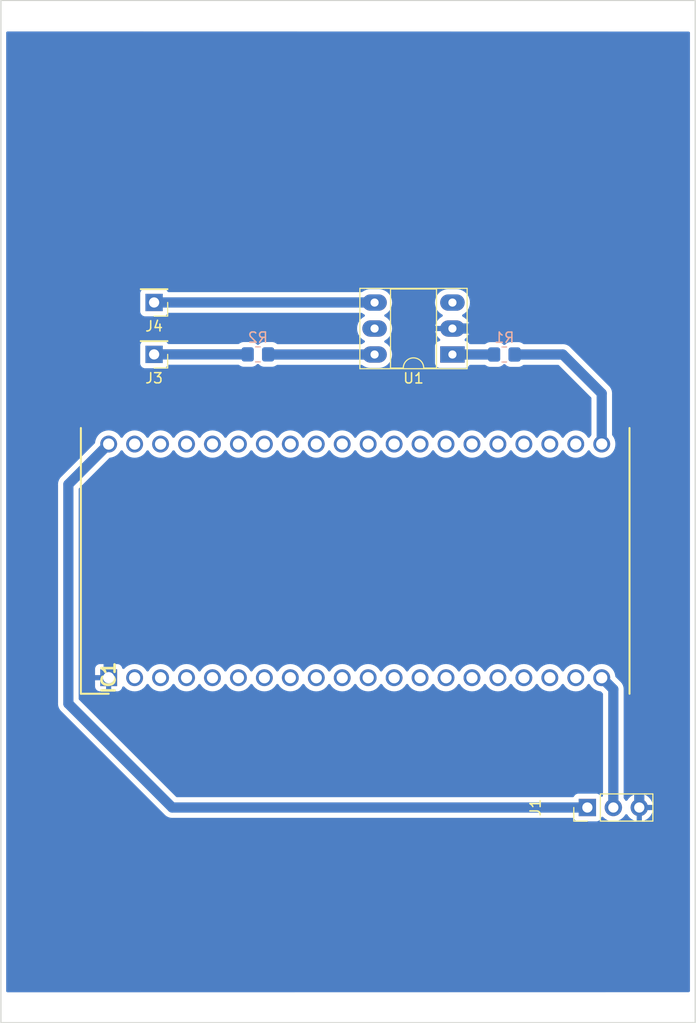
<source format=kicad_pcb>
(kicad_pcb (version 20211014) (generator pcbnew)
  (layers (0 "F.Cu" signal) (31 "B.Cu" signal) (34 "B.Paste" user) (35 "F.Paste" user) (36 "B.SilkS" user "B.Silkscreen") (37 "F.SilkS" user "F.Silkscreen") (38 "B.Mask" user) (39 "F.Mask" user) (44 "Edge.Cuts" user))
  (net 0 "")
  (net 1 "/PWM")
  (net 2 "Net-(R1-Pad2)")
  (net 3 "Net-(R2-Pad1)")
  (net 4 "Net-(R2-Pad2)")
  (net 5 "GND")
  (net 8 "Net-(J1-Pad2)")
  (net 9 "VCC")
  (net 46 "Net-(J4-Pad1)")
  (footprint "Package_DIP:DIP-6_W7.62mm_Socket_LongPads" (layer "F.Cu") (at 177.538 92.456 180)
    (fp_text reference "U1" (at 3.81 -2.33) (layer "F.SilkS"))
    (fp_text value "MOC3041M")
    (fp_line (start 9.06 6.47) (end 9.06 -1.39) (layer "F.SilkS") (width 0.12))
    (fp_line (start 9.06 -1.39) (end -1.44 -1.39) (layer "F.SilkS") (width 0.12))
    (fp_line (start 6.06 6.41) (end 6.06 -1.33) (layer "F.SilkS") (width 0.12))
    (fp_line (start 1.56 6.41) (end 6.06 6.41) (layer "F.SilkS") (width 0.12))
    (fp_line (start 1.56 -1.33) (end 1.56 6.41) (layer "F.SilkS") (width 0.12))
    (fp_line (start -1.44 6.47) (end 9.06 6.47) (layer "F.SilkS") (width 0.12))
    (fp_line (start 6.06 -1.33) (end 4.81 -1.33) (layer "F.SilkS") (width 0.12))
    (fp_line (start 2.81 -1.33) (end 1.56 -1.33) (layer "F.SilkS") (width 0.12))
    (fp_line (start -1.44 -1.39) (end -1.44 6.47) (layer "F.SilkS") (width 0.12))
    (fp_arc (start 4.81 -1.33) (mid 3.81 -0.33) (end 2.81 -1.33) (layer "F.SilkS") (width 0.12))
    (pad "1" thru_hole rect (at 0 0 180) (size 2.4 1.6) (drill 0.8) (layers *.Cu *.Mask) (net 2 "Net-(R1-Pad2)"))
    (pad "2" thru_hole oval (at 0 2.54 180) (size 2.4 1.6) (drill 0.8) (layers *.Cu *.Mask) (net 5 "GND"))
    (pad "3" thru_hole oval (at 0 5.08 180) (size 2.4 1.6) (drill 0.8) (layers *.Cu *.Mask))
    (pad "4" thru_hole oval (at 7.62 5.08 180) (size 2.4 1.6) (drill 0.8) (layers *.Cu *.Mask) (net 46 "Net-(J4-Pad1)"))
    (pad "5" thru_hole oval (at 7.62 2.54 180) (size 2.4 1.6) (drill 0.8) (layers *.Cu *.Mask))
    (pad "6" thru_hole oval (at 7.62 0 180) (size 2.4 1.6) (drill 0.8) (layers *.Cu *.Mask) (net 3 "Net-(R2-Pad1)"))
  )
  (footprint "Mbed_LPC1768:DIPS2286W63P254L5370H300Q40N" (layer "F.Cu") (at 143.891 124.079 90)
    (fp_text reference "IC1" (at 0 0 90) (layer "F.SilkS") (effects (font (size 1.27 1.27) (thickness 0.254))))
    (fp_text value "MBED-LPC1768" hide)
    (fp_line (start -1.57 50.98) (end 24.43 50.98) (layer "F.SilkS") (width 0.2))
    (fp_line (start -1.57 -2.72) (end -1.57 0) (layer "F.SilkS") (width 0.2))
    (fp_line (start 24.43 -2.72) (end -1.57 -2.72) (layer "F.SilkS") (width 0.2))
    (pad "1" thru_hole rect locked (at 0 0 90) (size 1.65 1.65) (drill 1.1) (layers *.Cu *.Mask) (net 5 "GND"))
    (pad "2" thru_hole circle locked (at 0 2.54 90) (size 1.65 1.65) (drill 1.1) (layers *.Cu *.Mask))
    (pad "3" thru_hole circle locked (at 0 5.08 90) (size 1.65 1.65) (drill 1.1) (layers *.Cu *.Mask))
    (pad "4" thru_hole circle locked (at 0 7.62 90) (size 1.65 1.65) (drill 1.1) (layers *.Cu *.Mask))
    (pad "5" thru_hole circle locked (at 0 10.16 90) (size 1.65 1.65) (drill 1.1) (layers *.Cu *.Mask))
    (pad "6" thru_hole circle locked (at 0 12.7 90) (size 1.65 1.65) (drill 1.1) (layers *.Cu *.Mask))
    (pad "7" thru_hole circle locked (at 0 15.24 90) (size 1.65 1.65) (drill 1.1) (layers *.Cu *.Mask))
    (pad "8" thru_hole circle locked (at 0 17.78 90) (size 1.65 1.65) (drill 1.1) (layers *.Cu *.Mask))
    (pad "9" thru_hole circle locked (at 0 20.32 90) (size 1.65 1.65) (drill 1.1) (layers *.Cu *.Mask))
    (pad "10" thru_hole circle locked (at 0 22.86 90) (size 1.65 1.65) (drill 1.1) (layers *.Cu *.Mask))
    (pad "11" thru_hole circle locked (at 0 25.4 90) (size 1.65 1.65) (drill 1.1) (layers *.Cu *.Mask))
    (pad "12" thru_hole circle locked (at 0 27.94 90) (size 1.65 1.65) (drill 1.1) (layers *.Cu *.Mask))
    (pad "13" thru_hole circle locked (at 0 30.48 90) (size 1.65 1.65) (drill 1.1) (layers *.Cu *.Mask))
    (pad "14" thru_hole circle locked (at 0 33.02 90) (size 1.65 1.65) (drill 1.1) (layers *.Cu *.Mask))
    (pad "15" thru_hole circle locked (at 0 35.56 90) (size 1.65 1.65) (drill 1.1) (layers *.Cu *.Mask))
    (pad "16" thru_hole circle locked (at 0 38.1 90) (size 1.65 1.65) (drill 1.1) (layers *.Cu *.Mask))
    (pad "17" thru_hole circle locked (at 0 40.64 90) (size 1.65 1.65) (drill 1.1) (layers *.Cu *.Mask))
    (pad "18" thru_hole circle locked (at 0 43.18 90) (size 1.65 1.65) (drill 1.1) (layers *.Cu *.Mask))
    (pad "19" thru_hole circle locked (at 0 45.72 90) (size 1.65 1.65) (drill 1.1) (layers *.Cu *.Mask))
    (pad "20" thru_hole circle locked (at 0 48.26 90) (size 1.65 1.65) (drill 1.1) (layers *.Cu *.Mask) (net 8 "Net-(J1-Pad2)"))
    (pad "21" thru_hole circle locked (at 22.86 48.26 90) (size 1.65 1.65) (drill 1.1) (layers *.Cu *.Mask) (net 1 "/PWM"))
    (pad "22" thru_hole circle locked (at 22.86 45.72 90) (size 1.65 1.65) (drill 1.1) (layers *.Cu *.Mask))
    (pad "23" thru_hole circle locked (at 22.86 43.18 90) (size 1.65 1.65) (drill 1.1) (layers *.Cu *.Mask))
    (pad "24" thru_hole circle locked (at 22.86 40.64 90) (size 1.65 1.65) (drill 1.1) (layers *.Cu *.Mask))
    (pad "25" thru_hole circle locked (at 22.86 38.1 90) (size 1.65 1.65) (drill 1.1) (layers *.Cu *.Mask))
    (pad "26" thru_hole circle locked (at 22.86 35.56 90) (size 1.65 1.65) (drill 1.1) (layers *.Cu *.Mask))
    (pad "27" thru_hole circle locked (at 22.86 33.02 90) (size 1.65 1.65) (drill 1.1) (layers *.Cu *.Mask))
    (pad "28" thru_hole circle locked (at 22.86 30.48 90) (size 1.65 1.65) (drill 1.1) (layers *.Cu *.Mask))
    (pad "29" thru_hole circle locked (at 22.86 27.94 90) (size 1.65 1.65) (drill 1.1) (layers *.Cu *.Mask))
    (pad "30" thru_hole circle locked (at 22.86 25.4 90) (size 1.65 1.65) (drill 1.1) (layers *.Cu *.Mask))
    (pad "31" thru_hole circle locked (at 22.86 22.86 90) (size 1.65 1.65) (drill 1.1) (layers *.Cu *.Mask))
    (pad "32" thru_hole circle locked (at 22.86 20.32 90) (size 1.65 1.65) (drill 1.1) (layers *.Cu *.Mask))
    (pad "33" thru_hole circle locked (at 22.86 17.78 90) (size 1.65 1.65) (drill 1.1) (layers *.Cu *.Mask))
    (pad "34" thru_hole circle locked (at 22.86 15.24 90) (size 1.65 1.65) (drill 1.1) (layers *.Cu *.Mask))
    (pad "35" thru_hole circle locked (at 22.86 12.7 90) (size 1.65 1.65) (drill 1.1) (layers *.Cu *.Mask))
    (pad "36" thru_hole circle locked (at 22.86 10.16 90) (size 1.65 1.65) (drill 1.1) (layers *.Cu *.Mask))
    (pad "37" thru_hole circle locked (at 22.86 7.62 90) (size 1.65 1.65) (drill 1.1) (layers *.Cu *.Mask))
    (pad "38" thru_hole circle locked (at 22.86 5.08 90) (size 1.65 1.65) (drill 1.1) (layers *.Cu *.Mask))
    (pad "39" thru_hole circle locked (at 22.86 2.54 90) (size 1.65 1.65) (drill 1.1) (layers *.Cu *.Mask))
    (pad "40" thru_hole circle locked (at 22.86 0 90) (size 1.65 1.65) (drill 1.1) (layers *.Cu *.Mask) (net 9 "VCC"))
  )
  (footprint "Connector_PinHeader_2.54mm:PinHeader_1x03_P2.54mm_Vertical" (layer "F.Cu") (at 190.746 136.779 90)
    (fp_text reference "J1" (at 0 -5.08 90) (layer "F.SilkS"))
    (fp_text value "Pot")
    (fp_line (start -1.33 0) (end -1.33 -1.33) (layer "F.SilkS") (width 0.12))
    (fp_line (start -1.33 6.41) (end 1.33 6.41) (layer "F.SilkS") (width 0.12))
    (fp_line (start -1.33 1.27) (end 1.33 1.27) (layer "F.SilkS") (width 0.12))
    (fp_line (start 1.33 1.27) (end 1.33 6.41) (layer "F.SilkS") (width 0.12))
    (fp_line (start -1.33 -1.33) (end 0 -1.33) (layer "F.SilkS") (width 0.12))
    (fp_line (start -1.33 1.27) (end -1.33 6.41) (layer "F.SilkS") (width 0.12))
    (pad "1" thru_hole rect (at 0 0 90) (size 1.7 1.7) (drill 1) (layers *.Cu *.Mask) (net 9 "VCC"))
    (pad "2" thru_hole oval (at 0 2.54 90) (size 1.7 1.7) (drill 1) (layers *.Cu *.Mask) (net 8 "Net-(J1-Pad2)"))
    (pad "3" thru_hole oval (at 0 5.08 90) (size 1.7 1.7) (drill 1) (layers *.Cu *.Mask) (net 5 "GND"))
  )
  (footprint "Connector_PinHeader_2.54mm:PinHeader_1x01_P2.54mm_Vertical" (layer "F.Cu") (at 148.338 87.366 180)
    (fp_text reference "J4" (at 0 -2.33) (layer "F.SilkS"))
    (fp_text value "Conn_01x01_Female")
    (fp_line (start -1.33 1.33) (end 1.33 1.33) (layer "F.SilkS") (width 0.12))
    (fp_line (start -1.33 1.27) (end 1.33 1.27) (layer "F.SilkS") (width 0.12))
    (fp_line (start 1.33 1.27) (end 1.33 1.33) (layer "F.SilkS") (width 0.12))
    (fp_line (start -1.33 1.27) (end -1.33 1.33) (layer "F.SilkS") (width 0.12))
    (fp_line (start -1.33 0) (end -1.33 -1.33) (layer "F.SilkS") (width 0.12))
    (fp_line (start -1.33 -1.33) (end 0 -1.33) (layer "F.SilkS") (width 0.12))
    (pad "1" thru_hole rect (at 0 0 180) (size 1.7 1.7) (drill 1) (layers *.Cu *.Mask) (net 46 "Net-(J4-Pad1)"))
  )
  (footprint "Connector_PinHeader_2.54mm:PinHeader_1x01_P2.54mm_Vertical" (layer "F.Cu") (at 148.338 92.446 180)
    (fp_text reference "J3" (at 0 -2.33) (layer "F.SilkS"))
    (fp_text value "Conn_01x01_Female")
    (fp_line (start -1.33 1.33) (end 1.33 1.33) (layer "F.SilkS") (width 0.12))
    (fp_line (start 1.33 1.27) (end 1.33 1.33) (layer "F.SilkS") (width 0.12))
    (fp_line (start -1.33 -1.33) (end 0 -1.33) (layer "F.SilkS") (width 0.12))
    (fp_line (start -1.33 1.27) (end 1.33 1.27) (layer "F.SilkS") (width 0.12))
    (fp_line (start -1.33 0) (end -1.33 -1.33) (layer "F.SilkS") (width 0.12))
    (fp_line (start -1.33 1.27) (end -1.33 1.33) (layer "F.SilkS") (width 0.12))
    (pad "1" thru_hole rect (at 0 0 180) (size 1.7 1.7) (drill 1) (layers *.Cu *.Mask) (net 4 "Net-(R2-Pad2)"))
  )
  (footprint "Resistor_SMD:R_0805_2012Metric_Pad1.20x1.40mm_HandSolder" (layer "B.Cu") (at 158.498 92.446 180)
    (fp_text reference "R2" (at 0 1.65) (layer "B.SilkS") (effects (justify mirror)))
    (fp_text value "360")
    (fp_line (start -0.227064 -0.735) (end 0.227064 -0.735) (layer "B.SilkS") (width 0.12))
    (fp_line (start -0.227064 0.735) (end 0.227064 0.735) (layer "B.SilkS") (width 0.12))
    (pad "1" smd roundrect (at -1 0 180) (size 1.2 1.4) (layers "B.Cu" "B.Paste" "B.Mask") (roundrect_rratio 0.2083333333) (net 3 "Net-(R2-Pad1)"))
    (pad "2" smd roundrect (at 1 0 180) (size 1.2 1.4) (layers "B.Cu" "B.Paste" "B.Mask") (roundrect_rratio 0.2083333333) (net 4 "Net-(R2-Pad2)"))
  )
  (footprint "Resistor_SMD:R_0805_2012Metric_Pad1.20x1.40mm_HandSolder" (layer "B.Cu") (at 182.618 92.456 180)
    (fp_text reference "R1" (at 0 1.65) (layer "B.SilkS") (effects (justify mirror)))
    (fp_text value "180")
    (fp_line (start -0.227064 -0.735) (end 0.227064 -0.735) (layer "B.SilkS") (width 0.12))
    (fp_line (start -0.227064 0.735) (end 0.227064 0.735) (layer "B.SilkS") (width 0.12))
    (pad "1" smd roundrect (at -1 0 180) (size 1.2 1.4) (layers "B.Cu" "B.Paste" "B.Mask") (roundrect_rratio 0.2083333333) (net 1 "/PWM"))
    (pad "2" smd roundrect (at 1 0 180) (size 1.2 1.4) (layers "B.Cu" "B.Paste" "B.Mask") (roundrect_rratio 0.2083333333) (net 2 "Net-(R1-Pad2)"))
  )
  (gr_line (start 201.295 57.823) (end 201.295 157.823) (layer "Edge.Cuts") (width 0.1))
  (gr_line (start 133.35 57.823) (end 201.295 57.823) (layer "Edge.Cuts") (width 0.1))
  (gr_line (start 133.35 57.823) (end 133.35 157.823) (layer "Edge.Cuts") (width 0.1))
  (gr_line (start 201.295 157.823) (end 133.35 157.823) (layer "Edge.Cuts") (width 0.1))
  (segment (start 183.618 92.456) (end 188.341 92.456) (width 1) (layer "B.Cu") (net 1))
  (segment (start 192.151 96.266) (end 192.151 101.219) (width 1) (layer "B.Cu") (net 1))
  (segment (start 188.341 92.456) (end 192.151 96.266) (width 1) (layer "B.Cu") (net 1))
  (segment (start 177.538 92.456) (end 181.618 92.456) (width 1) (layer "B.Cu") (net 2))
  (segment (start 159.508 92.456) (end 169.918 92.456) (width 1) (layer "B.Cu") (net 3))
  (segment (start 159.498 92.446) (end 159.508 92.456) (width 1) (layer "B.Cu") (net 3))
  (segment (start 157.498 92.446) (end 148.338 92.446) (width 1) (layer "B.Cu") (net 4))
  (segment (start 143.891 117.594) (end 143.891 124.079) (width 1) (layer "B.Cu") (net 5))
  (segment (start 195.826 136.779) (end 195.826 118.999) (width 1) (layer "B.Cu") (net 5))
  (segment (start 189.603 89.916) (end 177.538 89.916) (width 1) (layer "B.Cu") (net 5))
  (segment (start 195.826 96.139) (end 189.603 89.916) (width 1) (layer "B.Cu") (net 5))
  (segment (start 195.826 118.999) (end 193.286 116.459) (width 1) (layer "B.Cu") (net 5))
  (segment (start 195.826 118.999) (end 195.826 96.139) (width 1) (layer "B.Cu") (net 5))
  (segment (start 145.026 116.459) (end 143.891 117.594) (width 1) (layer "B.Cu") (net 5))
  (segment (start 193.286 116.459) (end 145.026 116.459) (width 1) (layer "B.Cu") (net 5))
  (segment (start 193.286 125.214) (end 192.151 124.079) (width 1) (layer "B.Cu") (net 8))
  (segment (start 193.286 136.779) (end 193.286 125.214) (width 1) (layer "B.Cu") (net 8))
  (segment (start 150.106 136.779) (end 139.946 126.619) (width 1) (layer "B.Cu") (net 9))
  (segment (start 139.946 105.164) (end 143.891 101.219) (width 1) (layer "B.Cu") (net 9))
  (segment (start 190.746 136.779) (end 150.106 136.779) (width 1) (layer "B.Cu") (net 9))
  (segment (start 139.946 126.619) (end 139.946 105.164) (width 1) (layer "B.Cu") (net 9))
  (segment (start 169.908 87.366) (end 169.918 87.376) (width 1) (layer "B.Cu") (net 46))
  (segment (start 148.338 87.366) (end 169.908 87.366) (width 1) (layer "B.Cu") (net 46))
  (zone (net 5) (net_name "GND") (layer "B.Cu") (connect_pads (clearance 0.508)) (min_thickness 0.254) (fill yes (thermal_gap 0.508) (thermal_bridge_width 0.508))
    (polygon (pts (xy 201.29 154.85) (xy 133.35 154.86) (xy 133.35 60.85) (xy 201.29 60.86)))
  )
)
</source>
